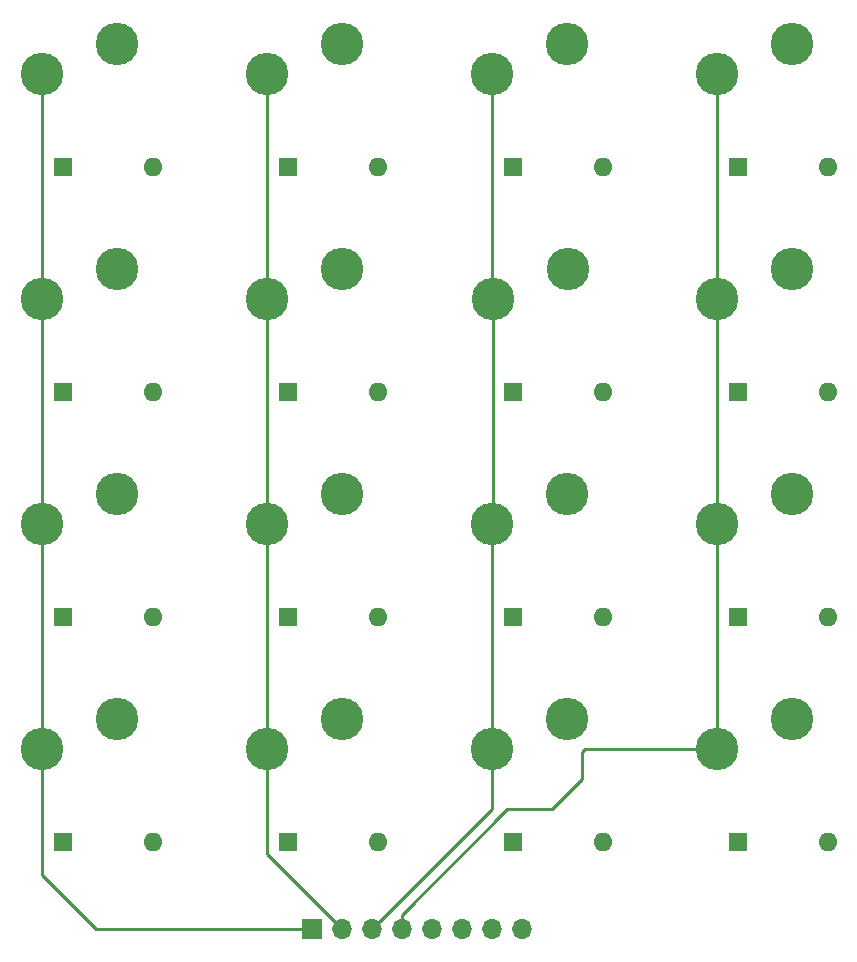
<source format=gbr>
%TF.GenerationSoftware,KiCad,Pcbnew,(6.0.7-1)-1*%
%TF.CreationDate,2022-09-13T12:36:23-04:00*%
%TF.ProjectId,KBT1,4b425431-2e6b-4696-9361-645f70636258,rev?*%
%TF.SameCoordinates,Original*%
%TF.FileFunction,Copper,L1,Top*%
%TF.FilePolarity,Positive*%
%FSLAX46Y46*%
G04 Gerber Fmt 4.6, Leading zero omitted, Abs format (unit mm)*
G04 Created by KiCad (PCBNEW (6.0.7-1)-1) date 2022-09-13 12:36:23*
%MOMM*%
%LPD*%
G01*
G04 APERTURE LIST*
%TA.AperFunction,ComponentPad*%
%ADD10C,3.600000*%
%TD*%
%TA.AperFunction,ComponentPad*%
%ADD11R,1.700000X1.700000*%
%TD*%
%TA.AperFunction,ComponentPad*%
%ADD12O,1.700000X1.700000*%
%TD*%
%TA.AperFunction,ComponentPad*%
%ADD13R,1.600000X1.600000*%
%TD*%
%TA.AperFunction,ComponentPad*%
%ADD14O,1.600000X1.600000*%
%TD*%
%TA.AperFunction,Conductor*%
%ADD15C,0.250000*%
%TD*%
G04 APERTURE END LIST*
D10*
%TO.P,K0,1*%
%TO.N,/col0*%
X27940000Y-26670000D03*
%TO.P,K0,2*%
%TO.N,Net-(D1-Pad2)*%
X34290000Y-24130000D03*
%TD*%
%TO.P,K1,1*%
%TO.N,/col0*%
X27940000Y-45720000D03*
%TO.P,K1,2*%
%TO.N,Net-(D2-Pad2)*%
X34290000Y-43180000D03*
%TD*%
%TO.P,K2,1*%
%TO.N,/col0*%
X27940000Y-64770000D03*
%TO.P,K2,2*%
%TO.N,Net-(D3-Pad2)*%
X34290000Y-62230000D03*
%TD*%
%TO.P,K3,1*%
%TO.N,/col0*%
X27940000Y-83820000D03*
%TO.P,K3,2*%
%TO.N,Net-(D4-Pad2)*%
X34290000Y-81280000D03*
%TD*%
%TO.P,K4,1*%
%TO.N,/col1*%
X46990000Y-26670000D03*
%TO.P,K4,2*%
%TO.N,Net-(D5-Pad2)*%
X53340000Y-24130000D03*
%TD*%
%TO.P,K5,1*%
%TO.N,/col1*%
X46990000Y-45720000D03*
%TO.P,K5,2*%
%TO.N,Net-(D6-Pad2)*%
X53340000Y-43180000D03*
%TD*%
%TO.P,K6,1*%
%TO.N,/col1*%
X46990000Y-64770000D03*
%TO.P,K6,2*%
%TO.N,Net-(D7-Pad2)*%
X53340000Y-62230000D03*
%TD*%
%TO.P,K7,1*%
%TO.N,/col1*%
X46990000Y-83820000D03*
%TO.P,K7,2*%
%TO.N,Net-(D8-Pad2)*%
X53340000Y-81280000D03*
%TD*%
%TO.P,K8,1*%
%TO.N,/col2*%
X66040000Y-26670000D03*
%TO.P,K8,2*%
%TO.N,Net-(D9-Pad2)*%
X72390000Y-24130000D03*
%TD*%
%TO.P,K9,1*%
%TO.N,/col2*%
X66115001Y-45720000D03*
%TO.P,K9,2*%
%TO.N,Net-(D10-Pad2)*%
X72465001Y-43180000D03*
%TD*%
%TO.P,K10,1*%
%TO.N,/col2*%
X66040000Y-64770000D03*
%TO.P,K10,2*%
%TO.N,Net-(D11-Pad2)*%
X72390000Y-62230000D03*
%TD*%
%TO.P,K11,1*%
%TO.N,/col2*%
X66040000Y-83820000D03*
%TO.P,K11,2*%
%TO.N,Net-(D12-Pad2)*%
X72390000Y-81280000D03*
%TD*%
%TO.P,K12,1*%
%TO.N,/col3*%
X85090000Y-26670000D03*
%TO.P,K12,2*%
%TO.N,Net-(D13-Pad2)*%
X91440000Y-24130000D03*
%TD*%
%TO.P,K13,1*%
%TO.N,/col3*%
X85090000Y-45720000D03*
%TO.P,K13,2*%
%TO.N,Net-(D14-Pad2)*%
X91440000Y-43180000D03*
%TD*%
%TO.P,K14,1*%
%TO.N,/col3*%
X85090000Y-64770000D03*
%TO.P,K14,2*%
%TO.N,Net-(D15-Pad2)*%
X91440000Y-62230000D03*
%TD*%
%TO.P,K15,1*%
%TO.N,/col3*%
X85090000Y-83820000D03*
%TO.P,K15,2*%
%TO.N,Net-(D16-Pad2)*%
X91440000Y-81280000D03*
%TD*%
D11*
%TO.P,J1,1,Pin_1*%
%TO.N,/col0*%
X50800000Y-99060000D03*
D12*
%TO.P,J1,2,Pin_2*%
%TO.N,/col1*%
X53340000Y-99060000D03*
%TO.P,J1,3,Pin_3*%
%TO.N,/col2*%
X55880000Y-99060000D03*
%TO.P,J1,4,Pin_4*%
%TO.N,/col3*%
X58420000Y-99060000D03*
%TO.P,J1,5,Pin_5*%
%TO.N,/row0*%
X60960000Y-99060000D03*
%TO.P,J1,6,Pin_6*%
%TO.N,/row1*%
X63500000Y-99060000D03*
%TO.P,J1,7,Pin_7*%
%TO.N,/row2*%
X66040000Y-99060000D03*
%TO.P,J1,8,Pin_8*%
%TO.N,/row3*%
X68580000Y-99060000D03*
%TD*%
D13*
%TO.P,D1,1,K*%
%TO.N,/row0*%
X29718000Y-34544000D03*
D14*
%TO.P,D1,2,A*%
%TO.N,Net-(D1-Pad2)*%
X37338000Y-34544000D03*
%TD*%
D13*
%TO.P,D2,1,K*%
%TO.N,/row1*%
X29718000Y-53594000D03*
D14*
%TO.P,D2,2,A*%
%TO.N,Net-(D2-Pad2)*%
X37338000Y-53594000D03*
%TD*%
D13*
%TO.P,D3,1,K*%
%TO.N,/row2*%
X29718000Y-72644000D03*
D14*
%TO.P,D3,2,A*%
%TO.N,Net-(D3-Pad2)*%
X37338000Y-72644000D03*
%TD*%
D13*
%TO.P,D4,1,K*%
%TO.N,/row3*%
X29718000Y-91694000D03*
D14*
%TO.P,D4,2,A*%
%TO.N,Net-(D4-Pad2)*%
X37338000Y-91694000D03*
%TD*%
D13*
%TO.P,D5,1,K*%
%TO.N,/row0*%
X48768000Y-34544000D03*
D14*
%TO.P,D5,2,A*%
%TO.N,Net-(D5-Pad2)*%
X56388000Y-34544000D03*
%TD*%
D13*
%TO.P,D6,1,K*%
%TO.N,/row1*%
X48768000Y-53594000D03*
D14*
%TO.P,D6,2,A*%
%TO.N,Net-(D6-Pad2)*%
X56388000Y-53594000D03*
%TD*%
D13*
%TO.P,D7,1,K*%
%TO.N,/row2*%
X48768000Y-72644000D03*
D14*
%TO.P,D7,2,A*%
%TO.N,Net-(D7-Pad2)*%
X56388000Y-72644000D03*
%TD*%
D13*
%TO.P,D8,1,K*%
%TO.N,/row3*%
X48768000Y-91694000D03*
D14*
%TO.P,D8,2,A*%
%TO.N,Net-(D8-Pad2)*%
X56388000Y-91694000D03*
%TD*%
D13*
%TO.P,D9,1,K*%
%TO.N,/row0*%
X67818000Y-34544000D03*
D14*
%TO.P,D9,2,A*%
%TO.N,Net-(D9-Pad2)*%
X75438000Y-34544000D03*
%TD*%
D13*
%TO.P,D10,1,K*%
%TO.N,/row1*%
X67818000Y-53594000D03*
D14*
%TO.P,D10,2,A*%
%TO.N,Net-(D10-Pad2)*%
X75438000Y-53594000D03*
%TD*%
D13*
%TO.P,D11,1,K*%
%TO.N,/row2*%
X67818000Y-72644000D03*
D14*
%TO.P,D11,2,A*%
%TO.N,Net-(D11-Pad2)*%
X75438000Y-72644000D03*
%TD*%
D13*
%TO.P,D12,1,K*%
%TO.N,/row3*%
X67818000Y-91694000D03*
D14*
%TO.P,D12,2,A*%
%TO.N,Net-(D12-Pad2)*%
X75438000Y-91694000D03*
%TD*%
D13*
%TO.P,D13,1,K*%
%TO.N,/row0*%
X86868000Y-34544000D03*
D14*
%TO.P,D13,2,A*%
%TO.N,Net-(D13-Pad2)*%
X94488000Y-34544000D03*
%TD*%
D13*
%TO.P,D14,1,K*%
%TO.N,/row1*%
X86868000Y-53594000D03*
D14*
%TO.P,D14,2,A*%
%TO.N,Net-(D14-Pad2)*%
X94488000Y-53594000D03*
%TD*%
D13*
%TO.P,D15,1,K*%
%TO.N,/row2*%
X86868000Y-72644000D03*
D14*
%TO.P,D15,2,A*%
%TO.N,Net-(D15-Pad2)*%
X94488000Y-72644000D03*
%TD*%
D13*
%TO.P,D16,1,K*%
%TO.N,/row3*%
X86868000Y-91694000D03*
D14*
%TO.P,D16,2,A*%
%TO.N,Net-(D16-Pad2)*%
X94488000Y-91694000D03*
%TD*%
D15*
%TO.N,/col0*%
X50800000Y-99060000D02*
X32512000Y-99060000D01*
X27940000Y-94488000D02*
X27940000Y-83820000D01*
X32512000Y-99060000D02*
X27940000Y-94488000D01*
X27940000Y-64770000D02*
X27940000Y-83820000D01*
X27940000Y-45720000D02*
X27940000Y-64770000D01*
X27940000Y-26670000D02*
X27940000Y-45720000D01*
%TO.N,/col1*%
X46990000Y-92710000D02*
X53340000Y-99060000D01*
X46990000Y-45720000D02*
X46990000Y-64770000D01*
X46990000Y-83820000D02*
X46990000Y-92710000D01*
X46990000Y-64770000D02*
X46990000Y-83820000D01*
X46990000Y-26670000D02*
X46990000Y-45720000D01*
%TO.N,/col2*%
X66115001Y-45720000D02*
X66115001Y-64694999D01*
X66040000Y-26670000D02*
X66040000Y-45644999D01*
X66115001Y-64694999D02*
X66040000Y-64770000D01*
X66040000Y-83820000D02*
X66040000Y-88900000D01*
X66040000Y-45644999D02*
X66115001Y-45720000D01*
X66040000Y-88900000D02*
X55880000Y-99060000D01*
X66040000Y-64770000D02*
X66040000Y-83820000D01*
%TO.N,/col3*%
X73679999Y-86340001D02*
X71120000Y-88900000D01*
X85090000Y-64770000D02*
X85090000Y-83820000D01*
X73679999Y-84074465D02*
X73679999Y-86340001D01*
X73934464Y-83820000D02*
X73679999Y-84074465D01*
X85090000Y-45720000D02*
X85090000Y-64770000D01*
X85090000Y-83820000D02*
X73934464Y-83820000D01*
X71120000Y-88900000D02*
X67377919Y-88900000D01*
X58420000Y-97857919D02*
X58420000Y-99060000D01*
X67377919Y-88900000D02*
X58420000Y-97857919D01*
X85090000Y-26670000D02*
X85090000Y-45720000D01*
%TD*%
M02*

</source>
